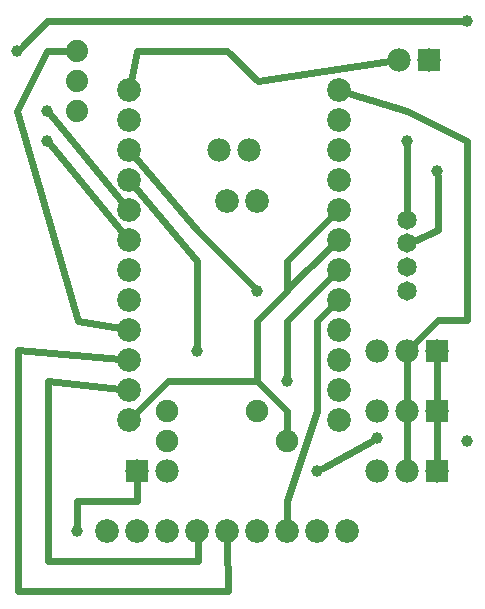
<source format=gbl>
G04 MADE WITH FRITZING*
G04 WWW.FRITZING.ORG*
G04 DOUBLE SIDED*
G04 HOLES PLATED*
G04 CONTOUR ON CENTER OF CONTOUR VECTOR*
%ASAXBY*%
%FSLAX23Y23*%
%MOIN*%
%OFA0B0*%
%SFA1.0B1.0*%
%ADD10C,0.074000*%
%ADD11C,0.039370*%
%ADD12C,0.075000*%
%ADD13C,0.079370*%
%ADD14C,0.078000*%
%ADD15C,0.065000*%
%ADD16R,0.078000X0.078000*%
%ADD17C,0.024000*%
%LNCOPPER0*%
G90*
G70*
G54D10*
X244Y1630D03*
X244Y1730D03*
X244Y1830D03*
G54D11*
X144Y1630D03*
X44Y1830D03*
X144Y1530D03*
X244Y230D03*
X644Y830D03*
X944Y730D03*
X844Y1030D03*
X1544Y530D03*
X1044Y430D03*
X1244Y538D03*
X1544Y1930D03*
X1344Y1530D03*
X1444Y1430D03*
G54D12*
X544Y630D03*
X844Y630D03*
X544Y630D03*
X844Y630D03*
X944Y530D03*
X544Y530D03*
X944Y530D03*
X544Y530D03*
G54D13*
X416Y1699D03*
X416Y1599D03*
X416Y1499D03*
X416Y1399D03*
X416Y1299D03*
X416Y1199D03*
X416Y1099D03*
X416Y999D03*
X416Y899D03*
X416Y799D03*
X416Y699D03*
X416Y599D03*
X1116Y1699D03*
X1116Y1599D03*
X1116Y1499D03*
X1116Y1399D03*
X1116Y1299D03*
X1116Y1199D03*
X1116Y1099D03*
X1116Y999D03*
X1116Y899D03*
X1116Y799D03*
X1116Y699D03*
X1116Y599D03*
G54D14*
X444Y430D03*
X544Y430D03*
G54D13*
X1144Y230D03*
X1044Y230D03*
X944Y230D03*
X844Y230D03*
X744Y230D03*
X644Y230D03*
X544Y230D03*
X444Y230D03*
X344Y230D03*
G54D14*
X1444Y430D03*
X1344Y430D03*
X1244Y430D03*
X1444Y630D03*
X1344Y630D03*
X1244Y630D03*
X1444Y830D03*
X1344Y830D03*
X1244Y830D03*
G54D15*
X1344Y1030D03*
X1344Y1108D03*
X1344Y1187D03*
X1344Y1266D03*
G54D14*
X716Y1499D03*
X816Y1499D03*
X716Y1499D03*
X816Y1499D03*
G54D13*
X744Y1330D03*
X844Y1330D03*
X744Y1330D03*
X844Y1330D03*
G54D14*
X1416Y1799D03*
X1316Y1799D03*
G54D16*
X444Y430D03*
X1444Y430D03*
X1444Y630D03*
X1444Y830D03*
X1416Y1799D03*
G54D17*
X144Y1829D02*
X44Y1629D01*
D02*
X44Y1629D02*
X245Y930D01*
D02*
X245Y930D02*
X386Y905D01*
D02*
X213Y1829D02*
X144Y1829D01*
D02*
X157Y1615D02*
X397Y1323D01*
D02*
X144Y1929D02*
X1525Y1930D01*
D02*
X58Y1843D02*
X144Y1929D01*
D02*
X644Y1130D02*
X436Y1376D01*
D02*
X644Y849D02*
X644Y1130D01*
D02*
X644Y1231D02*
X436Y1476D01*
D02*
X745Y1130D02*
X644Y1231D01*
D02*
X831Y1043D02*
X745Y1130D01*
D02*
X157Y1515D02*
X397Y1223D01*
D02*
X45Y29D02*
X45Y831D01*
D02*
X45Y831D02*
X385Y802D01*
D02*
X745Y29D02*
X45Y29D01*
D02*
X744Y199D02*
X745Y29D01*
D02*
X145Y129D02*
X145Y729D01*
D02*
X645Y129D02*
X145Y129D01*
D02*
X145Y729D02*
X386Y702D01*
D02*
X645Y199D02*
X645Y129D01*
D02*
X444Y330D02*
X444Y400D01*
D02*
X244Y330D02*
X444Y330D01*
D02*
X244Y249D02*
X244Y330D01*
D02*
X944Y330D02*
X1044Y629D01*
D02*
X1044Y629D02*
X1044Y930D01*
D02*
X1044Y930D02*
X1094Y978D01*
D02*
X944Y260D02*
X944Y330D01*
D02*
X944Y930D02*
X1094Y1078D01*
D02*
X944Y749D02*
X944Y930D01*
D02*
X1344Y1511D02*
X1344Y1289D01*
D02*
X1227Y529D02*
X1061Y439D01*
D02*
X1445Y1231D02*
X1445Y1411D01*
D02*
X1366Y1196D02*
X1445Y1231D01*
D02*
X844Y930D02*
X944Y1029D01*
D02*
X944Y1029D02*
X941Y1034D01*
D02*
X844Y729D02*
X844Y930D01*
D02*
X941Y1034D02*
X1094Y1178D01*
D02*
X944Y629D02*
X844Y729D01*
D02*
X944Y558D02*
X944Y629D01*
D02*
X943Y1130D02*
X1094Y1278D01*
D02*
X941Y1034D02*
X943Y1130D01*
D02*
X545Y729D02*
X438Y621D01*
D02*
X844Y729D02*
X545Y729D01*
D02*
X845Y1730D02*
X1286Y1795D01*
D02*
X643Y1829D02*
X744Y1829D01*
D02*
X545Y1829D02*
X643Y1829D01*
D02*
X744Y1829D02*
X845Y1730D01*
D02*
X444Y1829D02*
X545Y1829D01*
D02*
X423Y1729D02*
X444Y1829D01*
D02*
X1445Y931D02*
X1366Y851D01*
D02*
X1544Y931D02*
X1445Y931D01*
D02*
X1544Y1529D02*
X1544Y931D01*
D02*
X1344Y1629D02*
X1544Y1529D01*
D02*
X1146Y1690D02*
X1344Y1629D01*
D02*
X1344Y660D02*
X1344Y800D01*
D02*
X1344Y600D02*
X1344Y460D01*
D02*
X1444Y800D02*
X1444Y660D01*
D02*
X1444Y600D02*
X1444Y460D01*
G04 End of Copper0*
M02*
</source>
